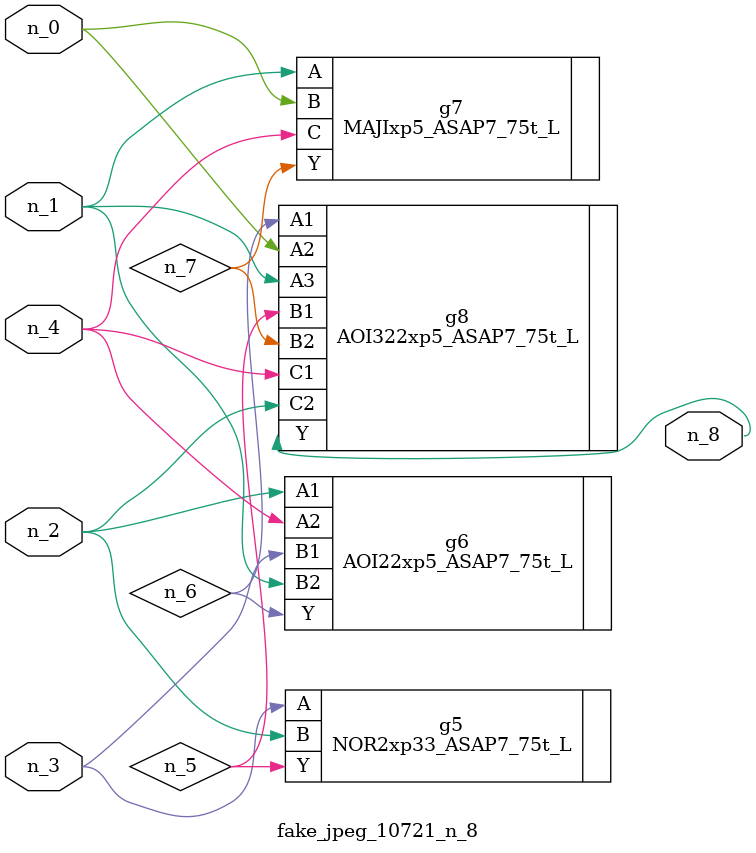
<source format=v>
module fake_jpeg_10721_n_8 (n_3, n_2, n_1, n_0, n_4, n_8);

input n_3;
input n_2;
input n_1;
input n_0;
input n_4;

output n_8;

wire n_6;
wire n_5;
wire n_7;

NOR2xp33_ASAP7_75t_L g5 ( 
.A(n_3),
.B(n_2),
.Y(n_5)
);

AOI22xp5_ASAP7_75t_L g6 ( 
.A1(n_2),
.A2(n_4),
.B1(n_3),
.B2(n_1),
.Y(n_6)
);

MAJIxp5_ASAP7_75t_L g7 ( 
.A(n_1),
.B(n_0),
.C(n_4),
.Y(n_7)
);

AOI322xp5_ASAP7_75t_L g8 ( 
.A1(n_6),
.A2(n_0),
.A3(n_1),
.B1(n_5),
.B2(n_7),
.C1(n_4),
.C2(n_2),
.Y(n_8)
);


endmodule
</source>
